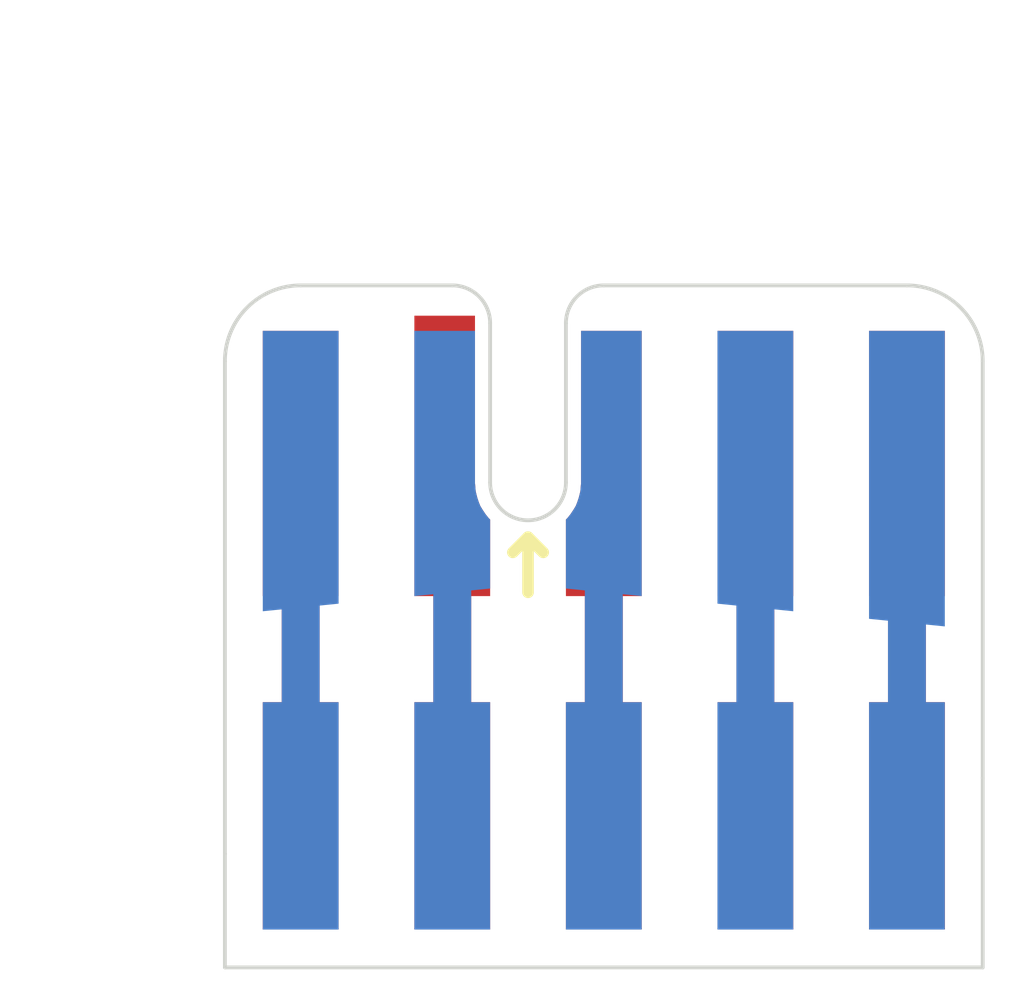
<source format=kicad_pcb>
(kicad_pcb (version 20171130) (host pcbnew "(5.1.9)-1")

  (general
    (thickness 1.6)
    (drawings 7)
    (tracks 10)
    (zones 0)
    (modules 2)
    (nets 11)
  )

  (page A4)
  (layers
    (0 F.Cu signal)
    (31 B.Cu signal)
    (32 B.Adhes user)
    (33 F.Adhes user)
    (34 B.Paste user)
    (35 F.Paste user)
    (36 B.SilkS user)
    (37 F.SilkS user)
    (38 B.Mask user)
    (39 F.Mask user)
    (40 Dwgs.User user)
    (41 Cmts.User user)
    (42 Eco1.User user)
    (43 Eco2.User user)
    (44 Edge.Cuts user)
    (45 Margin user)
    (46 B.CrtYd user)
    (47 F.CrtYd user)
    (48 B.Fab user)
    (49 F.Fab user)
  )

  (setup
    (last_trace_width 0.2)
    (user_trace_width 0.2)
    (user_trace_width 0.3)
    (user_trace_width 0.4)
    (user_trace_width 0.5)
    (user_trace_width 1)
    (user_trace_width 2)
    (user_trace_width 4)
    (user_trace_width 5)
    (user_trace_width 6)
    (user_trace_width 7)
    (trace_clearance 0.2)
    (zone_clearance 0.25)
    (zone_45_only no)
    (trace_min 0.15)
    (via_size 0.55)
    (via_drill 0.3)
    (via_min_size 0.45)
    (via_min_drill 0.2)
    (uvia_size 0.3)
    (uvia_drill 0.1)
    (uvias_allowed no)
    (uvia_min_size 0.2)
    (uvia_min_drill 0.1)
    (edge_width 0.05)
    (segment_width 0.2)
    (pcb_text_width 0.3)
    (pcb_text_size 1.5 1.5)
    (mod_edge_width 0.12)
    (mod_text_size 1 1)
    (mod_text_width 0.15)
    (pad_size 1.524 1.524)
    (pad_drill 0.762)
    (pad_to_mask_clearance 0.04)
    (solder_mask_min_width 0.1)
    (aux_axis_origin 0 0)
    (visible_elements 7FFFFFFF)
    (pcbplotparams
      (layerselection 0x010fc_ffffffff)
      (usegerberextensions false)
      (usegerberattributes false)
      (usegerberadvancedattributes false)
      (creategerberjobfile false)
      (excludeedgelayer true)
      (linewidth 0.100000)
      (plotframeref false)
      (viasonmask false)
      (mode 1)
      (useauxorigin false)
      (hpglpennumber 1)
      (hpglpenspeed 20)
      (hpglpendiameter 15.000000)
      (psnegative false)
      (psa4output false)
      (plotreference true)
      (plotvalue true)
      (plotinvisibletext false)
      (padsonsilk false)
      (subtractmaskfromsilk true)
      (outputformat 1)
      (mirror false)
      (drillshape 0)
      (scaleselection 1)
      (outputdirectory "gerber"))
  )

  (net 0 "")
  (net 1 "Net-(J1-Pad1)")
  (net 2 "Net-(J1-Pad2)")
  (net 3 "Net-(J1-Pad4)")
  (net 4 "Net-(J1-Pad3)")
  (net 5 "Net-(J1-Pad5)")
  (net 6 "Net-(J1-Pad10)")
  (net 7 "Net-(J1-Pad6)")
  (net 8 "Net-(J1-Pad8)")
  (net 9 "Net-(J1-Pad9)")
  (net 10 "Net-(J1-Pad7)")

  (net_class Default "This is the default net class."
    (clearance 0.2)
    (trace_width 0.2)
    (via_dia 0.55)
    (via_drill 0.3)
    (uvia_dia 0.3)
    (uvia_drill 0.1)
    (add_net "Net-(J1-Pad1)")
    (add_net "Net-(J1-Pad10)")
    (add_net "Net-(J1-Pad2)")
    (add_net "Net-(J1-Pad3)")
    (add_net "Net-(J1-Pad4)")
    (add_net "Net-(J1-Pad5)")
    (add_net "Net-(J1-Pad6)")
    (add_net "Net-(J1-Pad7)")
    (add_net "Net-(J1-Pad8)")
    (add_net "Net-(J1-Pad9)")
  )

  (module on_edge:on_edge_2x05_host (layer F.Cu) (tedit 607DF692) (tstamp 602C04DD)
    (at 67.5 133)
    (path /602C6B82)
    (attr virtual)
    (fp_text reference J1 (at 0.05 -3.2 -90 unlocked) (layer F.Fab)
      (effects (font (size 0.5 0.5) (thickness 0.125)))
    )
    (fp_text value Conn_01x10_Male (at -1.2 -2) (layer F.Fab)
      (effects (font (size 1 1) (thickness 0.15)))
    )
    (fp_line (start -1 4.05) (end -1 3.323) (layer F.SilkS) (width 0.153))
    (fp_line (start -0.8 3.523) (end -1 3.323) (layer F.SilkS) (width 0.153))
    (fp_line (start -1 3.323) (end -1.2 3.523) (layer F.SilkS) (width 0.153))
    (fp_line (start -1.5 0.5) (end -1.5 2.6) (layer Edge.Cuts) (width 0.05))
    (fp_line (start -0.5 2.6) (end -0.5 0.5) (layer Edge.Cuts) (width 0.05))
    (fp_line (start -4 0) (end -2 0) (layer Edge.Cuts) (width 0.05))
    (fp_line (start 0 0) (end 4 0) (layer Edge.Cuts) (width 0.05))
    (fp_line (start -5 5) (end 5 5) (layer F.CrtYd) (width 0.05))
    (fp_line (start 5 5) (end 5 -0.5) (layer F.CrtYd) (width 0.05))
    (fp_line (start 5 -0.5) (end -5 -0.5) (layer F.CrtYd) (width 0.05))
    (fp_line (start -5 -0.5) (end -5 5) (layer F.CrtYd) (width 0.05))
    (fp_line (start 5 5) (end -5 5) (layer B.CrtYd) (width 0.05))
    (fp_line (start -5 5) (end -5 -0.5) (layer B.CrtYd) (width 0.05))
    (fp_line (start -5 -0.5) (end 5 -0.5) (layer B.CrtYd) (width 0.05))
    (fp_line (start 5 -0.5) (end 5 5) (layer B.CrtYd) (width 0.05))
    (fp_arc (start 0 0.5) (end 0 0) (angle -90) (layer Edge.Cuts) (width 0.05))
    (fp_arc (start -2 0.5) (end -1.5 0.5) (angle -90) (layer Edge.Cuts) (width 0.05))
    (fp_arc (start -1 2.6) (end -1.5 2.6) (angle -180) (layer Edge.Cuts) (width 0.05))
    (pad 2 smd custom (at -2 3.6) (size 1 1) (layers F.Cu F.Mask)
      (net 2 "Net-(J1-Pad2)") (zone_connect 0)
      (options (clearance outline) (anchor rect))
      (primitives
        (gr_poly (pts
           (xy 0.3 -0.99) (xy 0.31 -0.88) (xy 0.33 -0.8) (xy 0.35 -0.74) (xy 0.37 -0.69)
           (xy 0.4 -0.64) (xy 0.44 -0.58) (xy 0.48 -0.53) (xy 0.5 -0.51) (xy 0.5 0.5)
           (xy -0.5 0.5) (xy -0.5 -3.2) (xy 0.3 -3.2)) (width 0))
      ))
    (pad 3 smd custom (at 0 3.6) (size 1 1) (layers F.Cu F.Mask)
      (net 4 "Net-(J1-Pad3)") (zone_connect 0)
      (options (clearance outline) (anchor rect))
      (primitives
        (gr_poly (pts
           (xy -0.3 -0.99) (xy -0.31 -0.88) (xy -0.33 -0.8) (xy -0.35 -0.74) (xy -0.37 -0.69)
           (xy -0.4 -0.64) (xy -0.44 -0.58) (xy -0.48 -0.53) (xy -0.5 -0.51) (xy -0.5 0.5)
           (xy 0.5 0.5) (xy 0.5 -3) (xy -0.3 -3)) (width 0))
      ))
    (pad 8 smd custom (at 0 2.1 180) (size 0.4 0.4) (layers B.Cu B.Mask)
      (net 8 "Net-(J1-Pad8)") (zone_connect 0)
      (options (clearance outline) (anchor rect))
      (primitives
        (gr_poly (pts
           (xy 0.3 -0.51) (xy 0.31 -0.62) (xy 0.33 -0.7) (xy 0.35 -0.76) (xy 0.37 -0.81)
           (xy 0.4 -0.86) (xy 0.44 -0.92) (xy 0.48 -0.97) (xy 0.5 -0.99) (xy 0.5 -1.9)
           (xy -0.5 -2) (xy -0.5 1.5) (xy 0.3 1.5)) (width 0))
      ))
    (pad 7 smd custom (at -2 2.1 180) (size 0.4 0.4) (layers B.Cu B.Mask)
      (net 10 "Net-(J1-Pad7)") (zone_connect 0)
      (options (clearance outline) (anchor rect))
      (primitives
        (gr_poly (pts
           (xy -0.3 -0.51) (xy -0.31 -0.62) (xy -0.33 -0.7) (xy -0.35 -0.76) (xy -0.37 -0.81)
           (xy -0.4 -0.86) (xy -0.44 -0.92) (xy -0.48 -0.97) (xy -0.5 -0.99) (xy -0.5 -1.9)
           (xy 0.5 -2) (xy 0.5 1.5) (xy -0.3 1.5)) (width 0))
      ))
    (pad 4 smd rect (at 2 2.35) (size 1 3.5) (layers F.Cu F.Mask)
      (net 3 "Net-(J1-Pad4)") (zone_connect 0))
    (pad 10 smd custom (at 4 2.5 180) (size 1 3.8) (layers B.Cu B.Mask)
      (net 6 "Net-(J1-Pad10)") (zone_connect 0)
      (options (clearance outline) (anchor rect))
      (primitives
        (gr_poly (pts
           (xy 0.5 -1.9) (xy -0.5 -2) (xy -0.5 -1.9)) (width 0))
      ))
    (pad 9 smd custom (at 2 2.4 180) (size 1 3.6) (layers B.Cu B.Mask)
      (net 9 "Net-(J1-Pad9)") (zone_connect 0)
      (options (clearance outline) (anchor rect))
      (primitives
        (gr_poly (pts
           (xy 0.5 -1.8) (xy -0.5 -1.9) (xy -0.5 -1.8)) (width 0))
      ))
    (pad 6 smd custom (at -4 2.4 180) (size 1 3.6) (layers B.Cu B.Mask)
      (net 7 "Net-(J1-Pad6)") (zone_connect 0)
      (options (clearance outline) (anchor rect))
      (primitives
        (gr_poly (pts
           (xy 0.5 -1.8) (xy 0.5 -1.9) (xy -0.5 -1.8)) (width 0))
      ))
    (pad 5 smd rect (at 4 2.35) (size 1 3.5) (layers F.Cu F.Mask)
      (net 5 "Net-(J1-Pad5)") (zone_connect 0))
    (pad 1 smd rect (at -4 2.35) (size 1 3.5) (layers F.Cu F.Mask)
      (net 1 "Net-(J1-Pad1)") (zone_connect 0))
  )

  (module on_edge:on_edge_2x05_solder (layer F.Cu) (tedit 60A83860) (tstamp 602BF512)
    (at 67.5 140)
    (path /602C6B88)
    (attr virtual)
    (fp_text reference J2 (at 0 1.2 unlocked) (layer F.Fab)
      (effects (font (size 0.5 0.5) (thickness 0.05)))
    )
    (fp_text value Conn_01x10_Male (at 0 2 unlocked) (layer F.Fab)
      (effects (font (size 0.5 0.5) (thickness 0.05)))
    )
    (fp_line (start -5 -2) (end 5 -2) (layer F.CrtYd) (width 0.05))
    (fp_line (start 5 -2) (end 5 2) (layer F.CrtYd) (width 0.05))
    (fp_line (start 5 2) (end -5 2) (layer F.CrtYd) (width 0.05))
    (fp_line (start -5 2) (end -5 -2) (layer F.CrtYd) (width 0.05))
    (fp_line (start 5 -2) (end -5 -2) (layer B.CrtYd) (width 0.05))
    (fp_line (start -5 -2) (end -5 2) (layer B.CrtYd) (width 0.05))
    (fp_line (start -5 2) (end 5 2) (layer B.CrtYd) (width 0.05))
    (fp_line (start 5 2) (end 5 -2) (layer B.CrtYd) (width 0.05))
    (pad 2 smd rect (at -2 0) (size 1 3) (layers F.Cu F.Mask)
      (net 2 "Net-(J1-Pad2)") (zone_connect 0))
    (pad 3 smd rect (at 0 0) (size 1 3) (layers F.Cu F.Mask)
      (net 4 "Net-(J1-Pad3)") (zone_connect 0))
    (pad 8 smd rect (at 0 0) (size 1 3) (layers B.Cu B.Mask)
      (net 8 "Net-(J1-Pad8)") (zone_connect 0))
    (pad 7 smd rect (at -2 0) (size 1 3) (layers B.Cu B.Mask)
      (net 10 "Net-(J1-Pad7)") (zone_connect 0))
    (pad 10 smd rect (at 4 0) (size 1 3) (layers B.Cu B.Mask)
      (net 6 "Net-(J1-Pad10)") (zone_connect 0))
    (pad 9 smd rect (at 2 0) (size 1 3) (layers B.Cu B.Mask)
      (net 9 "Net-(J1-Pad9)") (zone_connect 0))
    (pad 6 smd rect (at -4 0) (size 1 3) (layers B.Cu B.Mask)
      (net 7 "Net-(J1-Pad6)") (zone_connect 0))
    (pad 5 smd rect (at 4 0 180) (size 1 3) (layers F.Cu F.Mask)
      (net 5 "Net-(J1-Pad5)") (zone_connect 0))
    (pad 1 smd rect (at -4 0 180) (size 1 3) (layers F.Cu F.Mask)
      (net 1 "Net-(J1-Pad1)") (zone_connect 0))
    (pad 4 smd rect (at 2 0 180) (size 1 3) (layers F.Cu F.Mask)
      (net 3 "Net-(J1-Pad4)") (zone_connect 0))
  )

  (gr_line (start 72.5 142) (end 72.5 139.5) (layer Edge.Cuts) (width 0.05) (tstamp 60A8A7D9))
  (gr_line (start 62.5 142) (end 72.5 142) (layer Edge.Cuts) (width 0.05))
  (gr_line (start 62.5 140.5) (end 62.5 142) (layer Edge.Cuts) (width 0.05))
  (gr_line (start 72.5 139.5) (end 72.5 134) (layer Edge.Cuts) (width 0.05))
  (gr_line (start 62.5 140.5) (end 62.5 134) (layer Edge.Cuts) (width 0.05) (tstamp 6022B625))
  (gr_arc (start 71.5 134) (end 72.5 134) (angle -90) (layer Edge.Cuts) (width 0.05) (tstamp 60229081))
  (gr_arc (start 63.5 134) (end 63.5 133) (angle -90) (layer Edge.Cuts) (width 0.05) (tstamp 6022907C))

  (segment (start 63.5 135.35) (end 63.5 140) (width 0.5) (layer F.Cu) (net 1))
  (segment (start 65.5 136.6) (end 65.5 140) (width 0.5) (layer F.Cu) (net 2))
  (segment (start 69.5 135.35) (end 69.5 140) (width 0.5) (layer F.Cu) (net 3))
  (segment (start 67.5 136.6) (end 67.5 140) (width 0.5) (layer F.Cu) (net 4))
  (segment (start 71.5 135.35) (end 71.5 140) (width 0.5) (layer F.Cu) (net 5))
  (segment (start 71.5 140) (end 71.5 135.5) (width 0.5) (layer B.Cu) (net 6))
  (segment (start 63.5 140) (end 63.5 135.4) (width 0.5) (layer B.Cu) (net 7))
  (segment (start 67.5 140) (end 67.5 135.1) (width 0.5) (layer B.Cu) (net 8))
  (segment (start 69.5 135.4) (end 69.5 140) (width 0.5) (layer B.Cu) (net 9))
  (segment (start 65.5 135.1) (end 65.5 140) (width 0.5) (layer B.Cu) (net 10))

)

</source>
